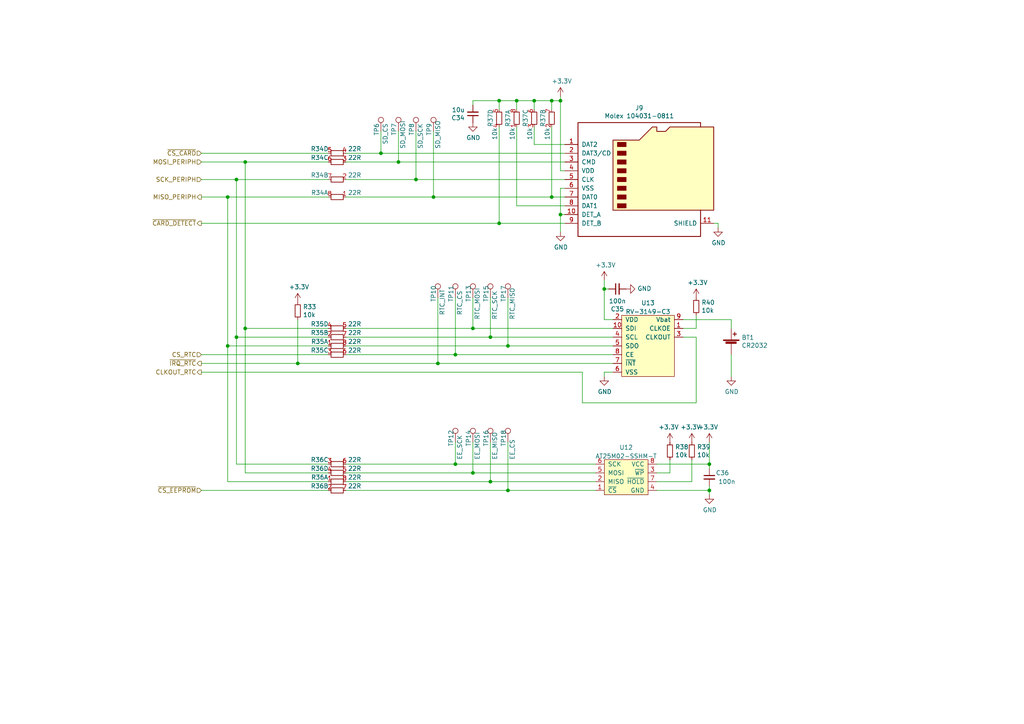
<source format=kicad_sch>
(kicad_sch (version 20211123) (generator eeschema)
  (paper "A4")
  (title_block (title "SPR23e Battery Management Unit (BMU)") (date "2023-03-25") (rev "B") (company "Scuderia Mensa HS RheinMain racing e.V.") (comment 1 "Author: Luca Engelmann") (comment 2 "Car number: 65"))
  (lib_symbols
    (symbol "+3.3V_6" (power) (pin_names (offset 0))
      (property "Value" "+3.3V_6" (at 0 3.556 0))
      (symbol "+3.3V_6_0_1"
        (polyline (pts (xy -0.762 1.27) (xy 0 2.54)))
        (polyline (pts (xy 0 0) (xy 0 2.54)))
        (polyline (pts (xy 0 2.54) (xy 0.762 1.27)))
      )
      (symbol "+3.3V_6_1_1"
        (pin power_in line (at 0 0 90) (length 0) hide (name "+3.3V") (number "1"))
      )
    )
    (symbol "Connector:Micro_SD_Card_Det" (pin_names (offset 1.016))
      (property "Reference" "J" (at -16.51 17.78 0))
      (property "Value" "Micro_SD_Card_Det" (at 16.51 17.78 0))
      (symbol "Micro_SD_Card_Det_0_1"
        (rectangle (start -7.62 -6.985) (end -5.08 -8.255) (fill (type outline)))
        (rectangle (start -7.62 -4.445) (end -5.08 -5.715) (fill (type outline)))
        (rectangle (start -7.62 -1.905) (end -5.08 -3.175) (fill (type outline)))
        (rectangle (start -7.62 0.635) (end -5.08 -0.635) (fill (type outline)))
        (rectangle (start -7.62 3.175) (end -5.08 1.905) (fill (type outline)))
        (rectangle (start -7.62 5.715) (end -5.08 4.445) (fill (type outline)))
        (rectangle (start -7.62 8.255) (end -5.08 6.985) (fill (type outline)))
        (rectangle (start -7.62 10.795) (end -5.08 9.525) (fill (type outline)))
        (polyline (pts (xy 16.51 15.24) (xy 16.51 16.51) (xy -19.05 16.51) (xy -19.05 -16.51) (xy 16.51 -16.51) (xy 16.51 -8.89)) (stroke (width 0.254)))
        (polyline (pts (xy -8.89 -8.89) (xy -8.89 11.43) (xy -1.27 11.43) (xy 2.54 15.24) (xy 3.81 15.24) (xy 3.81 13.97) (xy 6.35 13.97) (xy 7.62 15.24) (xy 20.32 15.24) (xy 20.32 -8.89) (xy -8.89 -8.89)) (stroke (width 0.254)) (fill (type background)))
      )
      (symbol "Micro_SD_Card_Det_1_1"
        (pin bidirectional line (at -22.86 10.16 0) (length 3.81) (name "DAT2") (number "1"))
        (pin passive line (at -22.86 -10.16 0) (length 3.81) (name "DET_A") (number "10"))
        (pin passive line (at 20.32 -12.7 180) (length 3.81) (name "SHIELD") (number "11"))
        (pin bidirectional line (at -22.86 7.62 0) (length 3.81) (name "DAT3/CD") (number "2"))
        (pin input line (at -22.86 5.08 0) (length 3.81) (name "CMD") (number "3"))
        (pin power_in line (at -22.86 2.54 0) (length 3.81) (name "VDD") (number "4"))
        (pin input line (at -22.86 0 0) (length 3.81) (name "CLK") (number "5"))
        (pin power_in line (at -22.86 -2.54 0) (length 3.81) (name "VSS") (number "6"))
        (pin bidirectional line (at -22.86 -5.08 0) (length 3.81) (name "DAT0") (number "7"))
        (pin bidirectional line (at -22.86 -7.62 0) (length 3.81) (name "DAT1") (number "8"))
        (pin passive line (at -22.86 -12.7 0) (length 3.81) (name "DET_B") (number "9"))
      )
    )
    (symbol "Connector:TestPoint" (pin_numbers hide) (pin_names (offset 0.762) hide)
      (property "Reference" "TP" (at 0 6.858 0))
      (property "Value" "TestPoint" (at 0 5.08 0))
      (symbol "TestPoint_0_1"
        (circle (center 0 3.302) (radius 0.762))
      )
      (symbol "TestPoint_1_1"
        (pin passive line (at 0 0 90) (length 2.54) (name "1") (number "1"))
      )
    )
    (symbol "Device:Battery_Cell" (pin_numbers hide) (pin_names (offset 0) hide)
      (property "Reference" "BT" (at 2.54 2.54 0))
      (property "Value" "Battery_Cell" (at 2.54 0 0))
      (symbol "Battery_Cell_0_1"
        (rectangle (start -2.286 1.778) (end 2.286 1.524) (fill (type outline)))
        (rectangle (start -1.5748 1.1938) (end 1.4732 0.6858) (fill (type outline)))
        (polyline (pts (xy 0 0.762) (xy 0 0)))
        (polyline (pts (xy 0 1.778) (xy 0 2.54)))
        (polyline (pts (xy 0.508 3.429) (xy 1.524 3.429)) (stroke (width 0.254)))
        (polyline (pts (xy 1.016 3.937) (xy 1.016 2.921)) (stroke (width 0.254)))
      )
      (symbol "Battery_Cell_1_1"
        (pin passive line (at 0 5.08 270) (length 2.54) (name "+") (number "1"))
        (pin passive line (at 0 -2.54 90) (length 2.54) (name "-") (number "2"))
      )
    )
    (symbol "Device:C_Small" (pin_numbers hide) (pin_names (offset 0.254) hide)
      (property "Reference" "C" (at 0.254 1.778 0))
      (property "Value" "C_Small" (at 0.254 -2.032 0))
      (symbol "C_Small_0_1"
        (polyline (pts (xy -1.524 -0.508) (xy 1.524 -0.508)) (stroke (width 0.3302)))
        (polyline (pts (xy -1.524 0.508) (xy 1.524 0.508)) (stroke (width 0.3048)))
      )
      (symbol "C_Small_1_1"
        (pin passive line (at 0 2.54 270) (length 2.032) (name "~") (number "1"))
        (pin passive line (at 0 -2.54 90) (length 2.032) (name "~") (number "2"))
      )
    )
    (symbol "Device:R_Small" (pin_numbers hide) (pin_names (offset 0.254) hide)
      (property "Reference" "R" (at 0.762 0.508 0))
      (property "Value" "R_Small" (at 0.762 -1.016 0))
      (symbol "R_Small_0_1"
        (rectangle (start -0.762 1.778) (end 0.762 -1.778) (stroke (width 0.2032)))
      )
      (symbol "R_Small_1_1"
        (pin passive line (at 0 2.54 270) (length 0.762) (name "~") (number "1"))
        (pin passive line (at 0 -2.54 90) (length 0.762) (name "~") (number "2"))
      )
    )
    (symbol "GND_1" (power) (pin_names (offset 0))
      (property "Value" "GND_1" (at 0 -3.81 0))
      (symbol "GND_1_0_1"
        (polyline (pts (xy 0 0) (xy 0 -1.27) (xy 1.27 -1.27) (xy 0 -2.54) (xy -1.27 -1.27) (xy 0 -1.27)))
      )
      (symbol "GND_1_1_1"
        (pin power_in line (at 0 0 270) (length 0) hide (name "GND") (number "1"))
      )
    )
    (symbol "GND_2" (power) (pin_names (offset 0))
      (property "Value" "GND_2" (at 0 -3.81 0))
      (symbol "GND_2_0_1"
        (polyline (pts (xy 0 0) (xy 0 -1.27) (xy 1.27 -1.27) (xy 0 -2.54) (xy -1.27 -1.27) (xy 0 -1.27)))
      )
      (symbol "GND_2_1_1"
        (pin power_in line (at 0 0 270) (length 0) hide (name "GND") (number "1"))
      )
    )
    (symbol "GND_3" (power) (pin_names (offset 0))
      (property "Value" "GND_3" (at 0 -3.81 0))
      (symbol "GND_3_0_1"
        (polyline (pts (xy 0 0) (xy 0 -1.27) (xy 1.27 -1.27) (xy 0 -2.54) (xy -1.27 -1.27) (xy 0 -1.27)))
      )
      (symbol "GND_3_1_1"
        (pin power_in line (at 0 0 270) (length 0) hide (name "GND") (number "1"))
      )
    )
    (symbol "GND_4" (power) (pin_names (offset 0))
      (property "Value" "GND_4" (at 0 -3.81 0))
      (symbol "GND_4_0_1"
        (polyline (pts (xy 0 0) (xy 0 -1.27) (xy 1.27 -1.27) (xy 0 -2.54) (xy -1.27 -1.27) (xy 0 -1.27)))
      )
      (symbol "GND_4_1_1"
        (pin power_in line (at 0 0 270) (length 0) hide (name "GND") (number "1"))
      )
    )
    (symbol "GND_5" (power) (pin_names (offset 0))
      (property "Value" "GND_5" (at 0 -3.81 0))
      (symbol "GND_5_0_1"
        (polyline (pts (xy 0 0) (xy 0 -1.27) (xy 1.27 -1.27) (xy 0 -2.54) (xy -1.27 -1.27) (xy 0 -1.27)))
      )
      (symbol "GND_5_1_1"
        (pin power_in line (at 0 0 270) (length 0) hide (name "GND") (number "1"))
      )
    )
    (symbol "GND_6" (power) (pin_names (offset 0))
      (property "Value" "GND_6" (at 0 -3.81 0))
      (symbol "GND_6_0_1"
        (polyline (pts (xy 0 0) (xy 0 -1.27) (xy 1.27 -1.27) (xy 0 -2.54) (xy -1.27 -1.27) (xy 0 -1.27)))
      )
      (symbol "GND_6_1_1"
        (pin power_in line (at 0 0 270) (length 0) hide (name "GND") (number "1"))
      )
    )
    (symbol "Scuderia:AT25M02-SSHM-T" (pin_names (offset 1.016))
      (property "Reference" "U" (at 0 8.89 0))
      (property "Value" "AT25M02-SSHM-T" (at 0 6.35 0))
      (symbol "AT25M02-SSHM-T_0_1"
        (rectangle (start -6.35 5.08) (end 6.35 -5.08) (fill (type background)))
      )
      (symbol "AT25M02-SSHM-T_1_1"
        (pin input line (at -8.89 -3.81 0) (length 2.54) (name "~{CS}") (number "1"))
        (pin tri_state line (at -8.89 -1.27 0) (length 2.54) (name "MISO") (number "2"))
        (pin input line (at 8.89 1.27 180) (length 2.54) (name "~{WP}") (number "3"))
        (pin power_in line (at 8.89 -3.81 180) (length 2.54) (name "GND") (number "4"))
        (pin input line (at -8.89 1.27 0) (length 2.54) (name "MOSI") (number "5"))
        (pin input line (at -8.89 3.81 0) (length 2.54) (name "SCK") (number "6"))
        (pin input line (at 8.89 -1.27 180) (length 2.54) (name "~{HOLD}") (number "7"))
        (pin power_in line (at 8.89 3.81 180) (length 2.54) (name "VCC") (number "8"))
      )
    )
    (symbol "Scuderia:RV-3149-C3" (pin_names (offset 1.016))
      (property "Reference" "U" (at 0 12.7 0))
      (property "Value" "RV-3149-C3" (at 0 10.16 0))
      (symbol "RV-3149-C3_0_1"
        (rectangle (start -7.62 8.89) (end 7.62 -8.89) (fill (type background)))
      )
      (symbol "RV-3149-C3_1_1"
        (pin input line (at 10.16 5.08 180) (length 2.54) (name "CLKOE") (number "1"))
        (pin input line (at -10.16 5.08 0) (length 2.54) (name "SDI") (number "10"))
        (pin power_in line (at -10.16 7.62 0) (length 2.54) (name "VDD") (number "2"))
        (pin output line (at 10.16 2.54 180) (length 2.54) (name "CLKOUT") (number "3"))
        (pin input line (at -10.16 2.54 0) (length 2.54) (name "SCL") (number "4"))
        (pin output line (at -10.16 0 0) (length 2.54) (name "SDO") (number "5"))
        (pin power_in line (at -10.16 -7.62 0) (length 2.54) (name "VSS") (number "6"))
        (pin open_collector line (at -10.16 -5.08 0) (length 2.54) (name "~{INT}") (number "7"))
        (pin input line (at -10.16 -2.54 0) (length 2.54) (name "CE") (number "8"))
        (pin power_in line (at 10.16 7.62 180) (length 2.54) (name "Vbat") (number "9"))
      )
    )
    (symbol "Scuderia:R_Network_SMD"
      (property "Reference" "R" (at 2.54 1.27 0))
      (property "Value" "R_Network_SMD" (at 8.89 -1.27 0))
      (symbol "R_Network_SMD_0_1"
        (rectangle (start -0.762 1.778) (end 0.762 -1.778) (stroke (width 0.2032)))
      )
      (symbol "R_Network_SMD_1_1"
        (pin passive line (at 0 2.54 270) (length 0.762) (name "~") (number "1"))
        (pin passive line (at 0 -2.54 90) (length 0.762) (name "~") (number "8"))
      )
      (symbol "R_Network_SMD_2_1"
        (pin passive line (at 0 2.54 270) (length 0.762) (name "~") (number "2"))
        (pin passive line (at 0 -2.54 90) (length 0.762) (name "~") (number "7"))
      )
      (symbol "R_Network_SMD_3_1"
        (pin passive line (at 0 2.54 270) (length 0.762) (name "~") (number "3"))
        (pin passive line (at 0 -2.54 90) (length 0.762) (name "~") (number "6"))
      )
      (symbol "R_Network_SMD_4_1"
        (pin passive line (at 0 2.54 270) (length 0.762) (name "~") (number "4"))
        (pin passive line (at 0 -2.54 90) (length 0.762) (name "~") (number "5"))
      )
    )
    (symbol "power:+3.3V" (power) (pin_names (offset 0))
      (property "Value" "+3.3V" (at 0 3.556 0))
      (symbol "+3.3V_0_1"
        (polyline (pts (xy -0.762 1.27) (xy 0 2.54)))
        (polyline (pts (xy 0 0) (xy 0 2.54)))
        (polyline (pts (xy 0 2.54) (xy 0.762 1.27)))
      )
      (symbol "+3.3V_1_1"
        (pin power_in line (at 0 0 90) (length 0) hide (name "+3.3V") (number "1"))
      )
    )
    (symbol "power:GND" (power) (pin_names (offset 0))
      (property "Value" "GND" (at 0 -3.81 0))
      (symbol "GND_0_1"
        (polyline (pts (xy 0 0) (xy 0 -1.27) (xy 1.27 -1.27) (xy 0 -2.54) (xy -1.27 -1.27) (xy 0 -1.27)))
      )
      (symbol "GND_1_1"
        (pin power_in line (at 0 0 270) (length 0) hide (name "GND") (number "1"))
      )
    )
  )
  (junction (at 205.74 134.62))
  (junction (at 68.58 52.07))
  (junction (at 132.08 102.87))
  (junction (at 127 105.41))
  (junction (at 68.58 97.79))
  (junction (at 162.56 29.21))
  (junction (at 147.32 142.24))
  (junction (at 137.16 137.16))
  (junction (at 66.04 57.15))
  (junction (at 175.26 83.82))
  (junction (at 110.49 44.45))
  (junction (at 144.78 29.21))
  (junction (at 149.86 29.21))
  (junction (at 71.12 46.99))
  (junction (at 142.24 139.7))
  (junction (at 137.16 95.25))
  (junction (at 147.32 100.33))
  (junction (at 160.02 29.21))
  (junction (at 132.08 134.62))
  (junction (at 160.02 57.15))
  (junction (at 71.12 95.25))
  (junction (at 120.65 52.07))
  (junction (at 205.74 142.24))
  (junction (at 144.78 64.77))
  (junction (at 86.36 105.41))
  (junction (at 162.56 62.23))
  (junction (at 125.73 57.15))
  (junction (at 115.57 46.99))
  (junction (at 142.24 97.79))
  (junction (at 66.04 100.33))
  (junction (at 154.94 29.21))
  (wire (pts (xy 201.93 116.84) (xy 201.93 97.79)))
  (wire (pts (xy 100.33 142.24) (xy 147.32 142.24)))
  (wire (pts (xy 127 105.41) (xy 177.8 105.41)))
  (wire (pts (xy 177.8 97.79) (xy 142.24 97.79)))
  (wire (pts (xy 172.72 142.24) (xy 147.32 142.24)))
  (wire (pts (xy 177.8 92.71) (xy 175.26 92.71)))
  (wire (pts (xy 132.08 134.62) (xy 172.72 134.62)))
  (wire (pts (xy 147.32 86.36) (xy 147.32 100.33)))
  (wire (pts (xy 110.49 38.1) (xy 110.49 44.45)))
  (wire (pts (xy 144.78 29.21) (xy 144.78 31.75)))
  (wire (pts (xy 66.04 139.7) (xy 95.25 139.7)))
  (wire (pts (xy 201.93 95.25) (xy 201.93 91.44)))
  (wire (pts (xy 137.16 128.27) (xy 137.16 137.16)))
  (wire (pts (xy 58.42 52.07) (xy 68.58 52.07)))
  (wire (pts (xy 68.58 97.79) (xy 68.58 52.07)))
  (wire (pts (xy 205.74 142.24) (xy 205.74 140.97)))
  (wire (pts (xy 100.33 139.7) (xy 142.24 139.7)))
  (wire (pts (xy 132.08 102.87) (xy 177.8 102.87)))
  (wire (pts (xy 205.74 135.89) (xy 205.74 134.62)))
  (wire (pts (xy 71.12 46.99) (xy 95.25 46.99)))
  (wire (pts (xy 100.33 95.25) (xy 137.16 95.25)))
  (wire (pts (xy 154.94 29.21) (xy 154.94 31.75)))
  (wire (pts (xy 168.91 107.95) (xy 168.91 116.84)))
  (wire (pts (xy 172.72 137.16) (xy 137.16 137.16)))
  (wire (pts (xy 144.78 29.21) (xy 149.86 29.21)))
  (wire (pts (xy 142.24 86.36) (xy 142.24 97.79)))
  (wire (pts (xy 100.33 134.62) (xy 132.08 134.62)))
  (wire (pts (xy 163.83 64.77) (xy 144.78 64.77)))
  (wire (pts (xy 115.57 46.99) (xy 163.83 46.99)))
  (wire (pts (xy 149.86 36.83) (xy 149.86 59.69)))
  (wire (pts (xy 66.04 100.33) (xy 66.04 57.15)))
  (wire (pts (xy 163.83 41.91) (xy 154.94 41.91)))
  (wire (pts (xy 144.78 36.83) (xy 144.78 64.77)))
  (wire (pts (xy 176.53 83.82) (xy 175.26 83.82)))
  (wire (pts (xy 66.04 100.33) (xy 95.25 100.33)))
  (wire (pts (xy 137.16 86.36) (xy 137.16 95.25)))
  (wire (pts (xy 120.65 52.07) (xy 163.83 52.07)))
  (wire (pts (xy 137.16 95.25) (xy 177.8 95.25)))
  (wire (pts (xy 190.5 142.24) (xy 205.74 142.24)))
  (wire (pts (xy 115.57 38.1) (xy 115.57 46.99)))
  (wire (pts (xy 100.33 102.87) (xy 132.08 102.87)))
  (wire (pts (xy 132.08 128.27) (xy 132.08 134.62)))
  (wire (pts (xy 149.86 59.69) (xy 163.83 59.69)))
  (wire (pts (xy 160.02 57.15) (xy 125.73 57.15)))
  (wire (pts (xy 198.12 95.25) (xy 201.93 95.25)))
  (wire (pts (xy 58.42 57.15) (xy 66.04 57.15)))
  (wire (pts (xy 212.09 109.22) (xy 212.09 102.87)))
  (wire (pts (xy 127 86.36) (xy 127 105.41)))
  (wire (pts (xy 208.28 64.77) (xy 207.01 64.77)))
  (wire (pts (xy 66.04 139.7) (xy 66.04 100.33)))
  (wire (pts (xy 100.33 100.33) (xy 147.32 100.33)))
  (wire (pts (xy 100.33 46.99) (xy 115.57 46.99)))
  (wire (pts (xy 162.56 49.53) (xy 162.56 29.21)))
  (wire (pts (xy 71.12 95.25) (xy 95.25 95.25)))
  (wire (pts (xy 127 105.41) (xy 86.36 105.41)))
  (wire (pts (xy 200.66 139.7) (xy 190.5 139.7)))
  (wire (pts (xy 205.74 128.27) (xy 205.74 134.62)))
  (wire (pts (xy 100.33 137.16) (xy 137.16 137.16)))
  (wire (pts (xy 68.58 134.62) (xy 68.58 97.79)))
  (wire (pts (xy 162.56 49.53) (xy 163.83 49.53)))
  (wire (pts (xy 142.24 128.27) (xy 142.24 139.7)))
  (wire (pts (xy 100.33 97.79) (xy 142.24 97.79)))
  (wire (pts (xy 68.58 52.07) (xy 95.25 52.07)))
  (wire (pts (xy 160.02 29.21) (xy 154.94 29.21)))
  (wire (pts (xy 58.42 105.41) (xy 86.36 105.41)))
  (wire (pts (xy 71.12 95.25) (xy 71.12 46.99)))
  (wire (pts (xy 175.26 92.71) (xy 175.26 83.82)))
  (wire (pts (xy 142.24 139.7) (xy 172.72 139.7)))
  (wire (pts (xy 160.02 29.21) (xy 160.02 31.75)))
  (wire (pts (xy 125.73 38.1) (xy 125.73 57.15)))
  (wire (pts (xy 132.08 86.36) (xy 132.08 102.87)))
  (wire (pts (xy 200.66 133.35) (xy 200.66 139.7)))
  (wire (pts (xy 177.8 107.95) (xy 175.26 107.95)))
  (wire (pts (xy 163.83 62.23) (xy 162.56 62.23)))
  (wire (pts (xy 58.42 46.99) (xy 71.12 46.99)))
  (wire (pts (xy 71.12 137.16) (xy 95.25 137.16)))
  (wire (pts (xy 71.12 137.16) (xy 71.12 95.25)))
  (wire (pts (xy 68.58 134.62) (xy 95.25 134.62)))
  (wire (pts (xy 58.42 64.77) (xy 144.78 64.77)))
  (wire (pts (xy 160.02 36.83) (xy 160.02 57.15)))
  (wire (pts (xy 168.91 116.84) (xy 201.93 116.84)))
  (wire (pts (xy 162.56 62.23) (xy 162.56 67.31)))
  (wire (pts (xy 162.56 29.21) (xy 160.02 29.21)))
  (wire (pts (xy 137.16 29.21) (xy 144.78 29.21)))
  (wire (pts (xy 149.86 29.21) (xy 154.94 29.21)))
  (wire (pts (xy 149.86 29.21) (xy 149.86 31.75)))
  (wire (pts (xy 100.33 52.07) (xy 120.65 52.07)))
  (wire (pts (xy 208.28 66.04) (xy 208.28 64.77)))
  (wire (pts (xy 147.32 100.33) (xy 177.8 100.33)))
  (wire (pts (xy 162.56 27.94) (xy 162.56 29.21)))
  (wire (pts (xy 175.26 83.82) (xy 175.26 81.28)))
  (wire (pts (xy 175.26 107.95) (xy 175.26 109.22)))
  (wire (pts (xy 194.31 137.16) (xy 190.5 137.16)))
  (wire (pts (xy 194.31 133.35) (xy 194.31 137.16)))
  (wire (pts (xy 100.33 44.45) (xy 110.49 44.45)))
  (wire (pts (xy 120.65 38.1) (xy 120.65 52.07)))
  (wire (pts (xy 190.5 134.62) (xy 205.74 134.62)))
  (wire (pts (xy 154.94 36.83) (xy 154.94 41.91)))
  (wire (pts (xy 147.32 128.27) (xy 147.32 142.24)))
  (wire (pts (xy 68.58 97.79) (xy 95.25 97.79)))
  (wire (pts (xy 205.74 142.24) (xy 205.74 143.51)))
  (wire (pts (xy 66.04 57.15) (xy 95.25 57.15)))
  (wire (pts (xy 212.09 92.71) (xy 212.09 95.25)))
  (wire (pts (xy 201.93 97.79) (xy 198.12 97.79)))
  (wire (pts (xy 198.12 92.71) (xy 212.09 92.71)))
  (wire (pts (xy 110.49 44.45) (xy 163.83 44.45)))
  (wire (pts (xy 58.42 44.45) (xy 95.25 44.45)))
  (wire (pts (xy 58.42 102.87) (xy 95.25 102.87)))
  (wire (pts (xy 163.83 54.61) (xy 162.56 54.61)))
  (wire (pts (xy 160.02 57.15) (xy 163.83 57.15)))
  (wire (pts (xy 86.36 92.71) (xy 86.36 105.41)))
  (wire (pts (xy 100.33 57.15) (xy 125.73 57.15)))
  (wire (pts (xy 58.42 107.95) (xy 168.91 107.95)))
  (wire (pts (xy 162.56 54.61) (xy 162.56 62.23)))
  (wire (pts (xy 58.42 142.24) (xy 95.25 142.24)))
  (wire (pts (xy 137.16 30.48) (xy 137.16 29.21)))
  (hierarchical_label "~{CARD_DETECT}" (shape output) (at 58.42 64.77 180))
  (hierarchical_label "~{CS_CARD}" (shape input) (at 58.42 44.45 180))
  (hierarchical_label "CLKOUT_RTC" (shape output) (at 58.42 107.95 180))
  (hierarchical_label "SCK_PERIPH" (shape input) (at 58.42 52.07 180))
  (hierarchical_label "~{CS_EEPROM}" (shape input) (at 58.42 142.24 180))
  (hierarchical_label "MISO_PERIPH" (shape output) (at 58.42 57.15 180))
  (hierarchical_label "MOSI_PERIPH" (shape input) (at 58.42 46.99 180))
  (hierarchical_label "CS_RTC" (shape input) (at 58.42 102.87 180))
  (hierarchical_label "~{IRQ_RTC}" (shape output) (at 58.42 105.41 180))
  (symbol (lib_id "power:+3.3V") (at 205.74 128.27 0) (mirror y) (unit 1)
    (property "Reference" "#PWR094" (effects hide))
    (property "Value" "+3.3V" (at 205.359 123.8758 0))
  )
  (symbol (lib_id "Device:C_Small") (at 205.74 138.43 0) (mirror y) (unit 1)
    (property "Reference" "C36" (at 209.55 137.16 0))
    (property "Value" "100n" (at 210.82 139.7 0))
    (property "Footprint" "Capacitor_SMD:C_0603_1608Metric" (effects hide))
  )
  (symbol (lib_name "GND_4") (lib_id "power:GND") (at 205.74 143.51 0) (unit 1)
    (property "Reference" "#PWR095" (effects hide))
    (property "Value" "GND" (at 205.867 147.9042 0))
  )
  (symbol (lib_id "Device:R_Small") (at 194.31 130.81 0) (unit 1)
    (property "Reference" "R38" (at 195.8086 129.6416 0) (effects (justify left)))
    (property "Value" "10k" (at 195.8086 131.953 0) (effects (justify left)))
    (property "Footprint" "Resistor_SMD:R_0603_1608Metric" (effects hide))
  )
  (symbol (lib_id "Device:R_Small") (at 200.66 130.81 0) (unit 1)
    (property "Reference" "R39" (at 202.1586 129.6416 0) (effects (justify left)))
    (property "Value" "10k" (at 202.1586 131.953 0) (effects (justify left)))
    (property "Footprint" "Resistor_SMD:R_0603_1608Metric" (effects hide))
  )
  (symbol (lib_id "power:+3.3V") (at 200.66 128.27 0) (mirror y) (unit 1)
    (property "Reference" "#PWR092" (effects hide))
    (property "Value" "+3.3V" (at 200.279 123.8758 0))
  )
  (symbol (lib_id "power:+3.3V") (at 194.31 128.27 0) (mirror y) (unit 1)
    (property "Reference" "#PWR091" (effects hide))
    (property "Value" "+3.3V" (at 193.929 123.8758 0))
  )
  (symbol (lib_id "Connector:TestPoint") (at 132.08 128.27 0) (unit 1)
    (property "Reference" "TP12" (at 130.81 129.54 90) (effects (justify left)))
    (property "Value" "EE_SCK" (at 133.35 133.35 90) (effects (justify left)))
    (property "Footprint" "TestPoint:TestPoint_Pad_D1.5mm" (effects hide))
  )
  (symbol (lib_id "Connector:TestPoint") (at 137.16 128.27 0) (unit 1)
    (property "Reference" "TP14" (at 135.89 129.54 90) (effects (justify left)))
    (property "Value" "EE_MOSI" (at 138.43 133.35 90) (effects (justify left)))
    (property "Footprint" "TestPoint:TestPoint_Pad_D1.5mm" (effects hide))
  )
  (symbol (lib_id "Connector:TestPoint") (at 142.24 128.27 0) (unit 1)
    (property "Reference" "TP16" (at 140.97 129.54 90) (effects (justify left)))
    (property "Value" "EE_MISO" (at 143.51 133.35 90) (effects (justify left)))
    (property "Footprint" "TestPoint:TestPoint_Pad_D1.5mm" (effects hide))
  )
  (symbol (lib_id "Connector:TestPoint") (at 147.32 128.27 0) (unit 1)
    (property "Reference" "TP18" (at 146.05 129.54 90) (effects (justify left)))
    (property "Value" "EE_CS" (at 148.59 133.35 90) (effects (justify left)))
    (property "Footprint" "TestPoint:TestPoint_Pad_D1.5mm" (effects hide))
  )
  (symbol (lib_id "Connector:Micro_SD_Card_Det") (at 186.69 52.07 0) (unit 1)
    (property "Reference" "J9" (at 185.42 31.3182 0))
    (property "Value" "Molex 104031-0811" (at 185.42 33.6296 0))
    (property "Footprint" "Connector_Card:microSD_HC_Molex_104031-0811" (effects hide))
    (property "Datasheet" "https://www.hirose.com/product/en/download_file/key_name/DM3/category/Catalog/doc_file_id/49662/?file_category_id=4&item_id=195&is_series=1" (effects hide))
  )
  (symbol (lib_id "Device:C_Small") (at 137.16 33.02 180) (unit 1)
    (property "Reference" "C34" (at 134.8232 34.1884 0) (effects (justify left)))
    (property "Value" "10u" (at 134.8232 31.877 0) (effects (justify left)))
    (property "Footprint" "Capacitor_SMD:C_1206_3216Metric" (effects hide))
  )
  (symbol (lib_id "power:GND") (at 137.16 35.56 0) (unit 1)
    (property "Reference" "#PWR085" (effects hide))
    (property "Value" "GND" (at 137.287 39.9542 0))
  )
  (symbol (lib_id "power:+3.3V") (at 162.56 27.94 0) (unit 1)
    (property "Reference" "#PWR086" (effects hide))
    (property "Value" "+3.3V" (at 162.941 23.5458 0))
  )
  (symbol (lib_name "GND_1") (lib_id "power:GND") (at 162.56 67.31 0) (unit 1)
    (property "Reference" "#PWR087" (effects hide))
    (property "Value" "GND" (at 162.687 71.7042 0))
  )
  (symbol (lib_name "GND_3") (lib_id "power:GND") (at 208.28 66.04 0) (unit 1)
    (property "Reference" "#PWR096" (effects hide))
    (property "Value" "GND" (at 208.407 70.4342 0))
  )
  (symbol (lib_id "Connector:TestPoint") (at 110.49 38.1 0) (unit 1)
    (property "Reference" "TP6" (at 109.22 39.37 90) (effects (justify left)))
    (property "Value" "SD_CS" (at 111.76 41.91 90) (effects (justify left)))
    (property "Footprint" "TestPoint:TestPoint_Pad_D1.5mm" (effects hide))
  )
  (symbol (lib_id "Connector:TestPoint") (at 115.57 38.1 0) (unit 1)
    (property "Reference" "TP7" (at 114.3 39.37 90) (effects (justify left)))
    (property "Value" "SD_MOSI" (at 116.84 43.18 90) (effects (justify left)))
    (property "Footprint" "TestPoint:TestPoint_Pad_D1.5mm" (effects hide))
  )
  (symbol (lib_id "Connector:TestPoint") (at 120.65 38.1 0) (unit 1)
    (property "Reference" "TP8" (at 119.38 39.37 90) (effects (justify left)))
    (property "Value" "SD_SCK" (at 121.92 43.18 90) (effects (justify left)))
    (property "Footprint" "TestPoint:TestPoint_Pad_D1.5mm" (effects hide))
  )
  (symbol (lib_id "Connector:TestPoint") (at 125.73 38.1 0) (unit 1)
    (property "Reference" "TP9" (at 124.46 39.37 90) (effects (justify left)))
    (property "Value" "SD_MISO" (at 127 43.18 90) (effects (justify left)))
    (property "Footprint" "TestPoint:TestPoint_Pad_D1.5mm" (effects hide))
  )
  (symbol (lib_name "GND_5") (lib_id "power:GND") (at 175.26 109.22 0) (unit 1)
    (property "Reference" "#PWR089" (effects hide))
    (property "Value" "GND" (at 175.387 113.6142 0))
  )
  (symbol (lib_id "power:+3.3V") (at 175.26 81.28 0) (unit 1)
    (property "Reference" "#PWR088" (effects hide))
    (property "Value" "+3.3V" (at 175.641 76.8858 0))
  )
  (symbol (lib_id "Device:C_Small") (at 179.07 83.82 90) (unit 1)
    (property "Reference" "C35" (at 179.07 89.6366 90))
    (property "Value" "100n" (at 179.07 87.3252 90))
    (property "Footprint" "Capacitor_SMD:C_0603_1608Metric" (effects hide))
  )
  (symbol (lib_name "GND_2") (lib_id "power:GND") (at 181.61 83.82 90) (unit 1)
    (property "Reference" "#PWR090" (effects hide))
    (property "Value" "GND" (at 184.8612 83.693 90) (effects (justify right)))
  )
  (symbol (lib_id "Device:R_Small") (at 86.36 90.17 0) (unit 1)
    (property "Reference" "R33" (at 87.8586 89.0016 0) (effects (justify left)))
    (property "Value" "10k" (at 87.8586 91.313 0) (effects (justify left)))
    (property "Footprint" "Resistor_SMD:R_0603_1608Metric" (effects hide))
  )
  (symbol (lib_id "power:+3.3V") (at 86.36 87.63 0) (unit 1)
    (property "Reference" "#PWR084" (effects hide))
    (property "Value" "+3.3V" (at 86.741 83.2358 0))
  )
  (symbol (lib_id "Device:Battery_Cell") (at 212.09 100.33 0) (unit 1)
    (property "Reference" "BT1" (at 215.0872 97.8916 0) (effects (justify left)))
    (property "Value" "CR2032" (at 215.0872 100.203 0) (effects (justify left)))
    (property "Footprint" "Scuderia:WA-BCPH_79527141" (effects hide))
  )
  (symbol (lib_name "GND_6") (lib_id "power:GND") (at 212.09 109.22 0) (unit 1)
    (property "Reference" "#PWR097" (effects hide))
    (property "Value" "GND" (at 212.217 113.6142 0))
  )
  (symbol (lib_id "Connector:TestPoint") (at 137.16 86.36 0) (unit 1)
    (property "Reference" "TP13" (at 135.89 87.63 90) (effects (justify left)))
    (property "Value" "RTC_MOSI" (at 138.43 92.71 90) (effects (justify left)))
    (property "Footprint" "TestPoint:TestPoint_Pad_D1.5mm" (effects hide))
  )
  (symbol (lib_id "Connector:TestPoint") (at 142.24 86.36 0) (unit 1)
    (property "Reference" "TP15" (at 140.97 87.63 90) (effects (justify left)))
    (property "Value" "RTC_SCK" (at 143.51 92.71 90) (effects (justify left)))
    (property "Footprint" "TestPoint:TestPoint_Pad_D1.5mm" (effects hide))
  )
  (symbol (lib_id "Connector:TestPoint") (at 147.32 86.36 0) (unit 1)
    (property "Reference" "TP17" (at 146.05 87.63 90) (effects (justify left)))
    (property "Value" "RTC_MISO" (at 148.59 92.71 90) (effects (justify left)))
    (property "Footprint" "TestPoint:TestPoint_Pad_D1.5mm" (effects hide))
  )
  (symbol (lib_id "Connector:TestPoint") (at 132.08 86.36 0) (unit 1)
    (property "Reference" "TP11" (at 130.81 87.63 90) (effects (justify left)))
    (property "Value" "RTC_CS" (at 133.35 91.44 90) (effects (justify left)))
    (property "Footprint" "TestPoint:TestPoint_Pad_D1.5mm" (effects hide))
  )
  (symbol (lib_id "Connector:TestPoint") (at 127 86.36 0) (unit 1)
    (property "Reference" "TP10" (at 125.73 87.63 90) (effects (justify left)))
    (property "Value" "RTC_INT" (at 128.27 91.44 90) (effects (justify left)))
    (property "Footprint" "TestPoint:TestPoint_Pad_D1.5mm" (effects hide))
  )
  (symbol (lib_id "Device:R_Small") (at 201.93 88.9 0) (unit 1)
    (property "Reference" "R40" (at 203.4286 87.7316 0) (effects (justify left)))
    (property "Value" "10k" (at 203.4286 90.043 0) (effects (justify left)))
    (property "Footprint" "Resistor_SMD:R_0603_1608Metric" (effects hide))
  )
  (symbol (lib_id "Scuderia:R_Network_SMD") (at 149.86 34.29 180) (unit 1)
    (property "Reference" "R37" (at 147.32 36.83 90) (effects (justify right)))
    (property "Value" "10k" (at 148.59 40.64 90) (effects (justify right)))
    (property "Footprint" "Resistor_SMD:R_Array_Convex_4x0603" (effects hide))
  )
  (symbol (lib_id "Scuderia:AT25M02-SSHM-T") (at 181.61 138.43 0) (unit 1)
    (property "Reference" "U12" (at 181.61 129.7772 0))
    (property "Value" "AT25M02-SSHM-T" (at 181.61 132.3141 0))
    (property "Footprint" "Package_SO:SOIC-8_3.9x4.9mm_P1.27mm" (effects hide))
  )
  (symbol (lib_id "Scuderia:R_Network_SMD") (at 97.79 44.45 270) (unit 4)
    (property "Reference" "R34" (at 92.71 43.18 90))
    (property "Value" "22R" (at 102.87 43.18 90))
    (property "Footprint" "Resistor_SMD:R_Array_Convex_4x0603" (effects hide))
  )
  (symbol (lib_id "Scuderia:R_Network_SMD") (at 97.79 46.99 270) (unit 3)
    (property "Reference" "R34" (at 92.71 45.72 90))
    (property "Value" "22R" (at 102.87 45.72 90))
    (property "Footprint" "Resistor_SMD:R_Array_Convex_4x0603" (effects hide))
  )
  (symbol (lib_id "Scuderia:R_Network_SMD") (at 97.79 134.62 90) (unit 3)
    (property "Reference" "R36" (at 92.71 133.35 90))
    (property "Value" "22R" (at 102.87 133.35 90))
    (property "Footprint" "Resistor_SMD:R_Array_Convex_4x0603" (effects hide))
  )
  (symbol (lib_id "Scuderia:R_Network_SMD") (at 97.79 137.16 90) (unit 4)
    (property "Reference" "R36" (at 92.71 135.89 90))
    (property "Value" "22R" (at 102.87 135.89 90))
    (property "Footprint" "Resistor_SMD:R_Array_Convex_4x0603" (effects hide))
  )
  (symbol (lib_id "Scuderia:R_Network_SMD") (at 97.79 97.79 90) (unit 2)
    (property "Reference" "R35" (at 92.71 96.52 90))
    (property "Value" "22R" (at 102.87 96.52 90))
    (property "Footprint" "Resistor_SMD:R_Array_Convex_4x0603" (effects hide))
  )
  (symbol (lib_id "Scuderia:R_Network_SMD") (at 144.78 34.29 180) (unit 4)
    (property "Reference" "R37" (at 142.24 36.83 90) (effects (justify right)))
    (property "Value" "10k" (at 143.51 40.64 90) (effects (justify right)))
    (property "Footprint" "Resistor_SMD:R_Array_Convex_4x0603" (effects hide))
  )
  (symbol (lib_id "Scuderia:R_Network_SMD") (at 97.79 100.33 90) (unit 1)
    (property "Reference" "R35" (at 92.71 99.06 90))
    (property "Value" "22R" (at 102.87 99.06 90))
    (property "Footprint" "Resistor_SMD:R_Array_Convex_4x0603" (effects hide))
  )
  (symbol (lib_id "Scuderia:RV-3149-C3") (at 187.96 100.33 0) (unit 1)
    (property "Reference" "U13" (at 187.96 87.8672 0))
    (property "Value" "RV-3149-C3" (at 187.96 90.4041 0))
    (property "Footprint" "Package_SON:RTC_SMD_MicroCrystal_C3_2.5x3.7mm" (effects hide))
  )
  (symbol (lib_id "Scuderia:R_Network_SMD") (at 97.79 139.7 90) (unit 1)
    (property "Reference" "R36" (at 92.71 138.43 90))
    (property "Value" "22R" (at 102.87 138.43 90))
    (property "Footprint" "Resistor_SMD:R_Array_Convex_4x0603" (effects hide))
  )
  (symbol (lib_id "Scuderia:R_Network_SMD") (at 97.79 102.87 90) (unit 3)
    (property "Reference" "R35" (at 92.71 101.6 90))
    (property "Value" "22R" (at 102.87 101.6 90))
    (property "Footprint" "Resistor_SMD:R_Array_Convex_4x0603" (effects hide))
  )
  (symbol (lib_id "Scuderia:R_Network_SMD") (at 160.02 34.29 180) (unit 2)
    (property "Reference" "R37" (at 157.48 36.83 90) (effects (justify right)))
    (property "Value" "10k" (at 158.75 40.64 90) (effects (justify right)))
    (property "Footprint" "Resistor_SMD:R_Array_Convex_4x0603" (effects hide))
  )
  (symbol (lib_id "Scuderia:R_Network_SMD") (at 154.94 34.29 180) (unit 3)
    (property "Reference" "R37" (at 152.4 36.83 90) (effects (justify right)))
    (property "Value" "10k" (at 153.67 40.64 90) (effects (justify right)))
    (property "Footprint" "Resistor_SMD:R_Array_Convex_4x0603" (effects hide))
  )
  (symbol (lib_id "Scuderia:R_Network_SMD") (at 97.79 57.15 270) (unit 1)
    (property "Reference" "R34" (at 92.71 55.88 90))
    (property "Value" "22R" (at 102.87 55.88 90))
    (property "Footprint" "Resistor_SMD:R_Array_Convex_4x0603" (effects hide))
  )
  (symbol (lib_id "Scuderia:R_Network_SMD") (at 97.79 142.24 90) (unit 2)
    (property "Reference" "R36" (at 92.71 140.97 90))
    (property "Value" "22R" (at 102.87 140.97 90))
    (property "Footprint" "Resistor_SMD:R_Array_Convex_4x0603" (effects hide))
  )
  (symbol (lib_id "Scuderia:R_Network_SMD") (at 97.79 95.25 90) (unit 4)
    (property "Reference" "R35" (at 92.71 93.98 90))
    (property "Value" "22R" (at 102.87 93.98 90))
    (property "Footprint" "Resistor_SMD:R_Array_Convex_4x0603" (effects hide))
  )
  (symbol (lib_name "+3.3V_6") (lib_id "power:+3.3V") (at 201.93 86.36 0) (unit 1)
    (property "Reference" "#PWR093" (effects hide))
    (property "Value" "+3.3V" (at 202.311 81.9658 0))
  )
  (symbol (lib_id "Scuderia:R_Network_SMD") (at 97.79 52.07 270) (unit 2)
    (property "Reference" "R34" (at 92.71 50.8 90))
    (property "Value" "22R" (at 102.87 50.8 90))
    (property "Footprint" "Resistor_SMD:R_Array_Convex_4x0603" (effects hide))
  )
)
</source>
